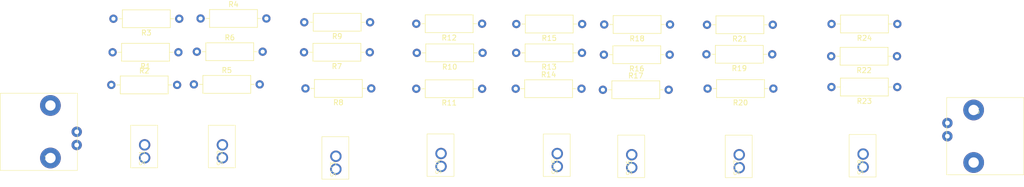
<source format=kicad_pcb>
(kicad_pcb (version 20240108) (generator "pcbnew") (generator_version "8.0")
  (layers (0 "F.Cu" signal) (31 "B.Cu" signal) (34 "B.Paste" user) (35 "F.Paste" user) (36 "B.SilkS" user "B.Silkscreen") (37 "F.SilkS" user "F.Silkscreen") (38 "B.Mask" user) (39 "F.Mask" user) (44 "Edge.Cuts" user))
  (net 0 "")
  (net 1 "GND")
  (net 2 "Net-(SW5-B)")
  (net 3 "Net-(SW6-B)")
  (net 4 "Net-(J1-In)")
  (net 5 "Net-(SW1-B)")
  (net 6 "Net-(SW2-B)")
  (net 7 "Net-(SW3-B)")
  (net 8 "Net-(SW4-B)")
  (net 9 "Net-(SW7-B)")
  (net 10 "Net-(J2-In)")
  (footprint "Resistor_THT:R_Axial_DIN0309_L9.0mm_D3.2mm_P12.70mm_Horizontal" (layer "F.Cu") (at 102.47 105.36 180)
    (property "Reference" "R1" (at 6.35 -2.72 360) (layer "F.SilkS"))
    (property "Value" "75")
    (fp_line (start 11.66 0) (end 10.97 0) (stroke (width 0.12)) (layer "F.SilkS"))
    (fp_line (start 10.97 1.72) (end 10.97 -1.72) (stroke (width 0.12)) (layer "F.SilkS"))
    (fp_line (start 10.97 -1.72) (end 1.73 -1.72) (stroke (width 0.12)) (layer "F.SilkS"))
    (fp_line (start 1.73 1.72) (end 10.97 1.72) (stroke (width 0.12)) (layer "F.SilkS"))
    (fp_line (start 1.73 -1.72) (end 1.73 1.72) (stroke (width 0.12)) (layer "F.SilkS"))
    (fp_line (start 1.04 0) (end 1.73 0) (stroke (width 0.12)) (layer "F.SilkS"))
    (pad "1" thru_hole circle (at 0 0 180) (size 1.6 1.6) (drill 0.8) (layers "*.Cu" "*.Mask") (net 4 "Net-(J1-In)"))
    (pad "2" thru_hole oval (at 12.7 0 180) (size 1.6 1.6) (drill 0.8) (layers "*.Cu" "*.Mask") (net 1 "GND"))
  )
  (footprint "Resistor_THT:R_Axial_DIN0309_L9.0mm_D3.2mm_P12.70mm_Horizontal" (layer "F.Cu") (at 241.21 112.07 180)
    (property "Reference" "R23" (at 6.35 -2.72 360) (layer "F.SilkS"))
    (property "Value" "220")
    (fp_line (start 11.66 0) (end 10.97 0) (stroke (width 0.12)) (layer "F.SilkS"))
    (fp_line (start 10.97 1.72) (end 10.97 -1.72) (stroke (width 0.12)) (layer "F.SilkS"))
    (fp_line (start 10.97 -1.72) (end 1.73 -1.72) (stroke (width 0.12)) (layer "F.SilkS"))
    (fp_line (start 1.73 1.72) (end 10.97 1.72) (stroke (width 0.12)) (layer "F.SilkS"))
    (fp_line (start 1.73 -1.72) (end 1.73 1.72) (stroke (width 0.12)) (layer "F.SilkS"))
    (fp_line (start 1.04 0) (end 1.73 0) (stroke (width 0.12)) (layer "F.SilkS"))
    (pad "1" thru_hole circle (at 0 0 180) (size 1.6 1.6) (drill 0.8) (layers "*.Cu" "*.Mask") (net 9 "Net-(SW7-B)"))
    (pad "2" thru_hole oval (at 12.7 0 180) (size 1.6 1.6) (drill 0.8) (layers "*.Cu" "*.Mask") (net 10 "Net-(J2-In)"))
  )
  (footprint "Resistor_THT:R_Axial_DIN0309_L9.0mm_D3.2mm_P12.70mm_Horizontal" (layer "F.Cu") (at 217.08 105.75 180)
    (property "Reference" "R19" (at 6.35 -2.72 360) (layer "F.SilkS"))
    (property "Value" "75")
    (fp_line (start 11.66 0) (end 10.97 0) (stroke (width 0.12)) (layer "F.SilkS"))
    (fp_line (start 10.97 1.72) (end 10.97 -1.72) (stroke (width 0.12)) (layer "F.SilkS"))
    (fp_line (start 10.97 -1.72) (end 1.73 -1.72) (stroke (width 0.12)) (layer "F.SilkS"))
    (fp_line (start 1.73 1.72) (end 10.97 1.72) (stroke (width 0.12)) (layer "F.SilkS"))
    (fp_line (start 1.73 -1.72) (end 1.73 1.72) (stroke (width 0.12)) (layer "F.SilkS"))
    (fp_line (start 1.04 0) (end 1.73 0) (stroke (width 0.12)) (layer "F.SilkS"))
    (pad "1" thru_hole circle (at 0 0 180) (size 1.6 1.6) (drill 0.8) (layers "*.Cu" "*.Mask") (net 3 "Net-(SW6-B)"))
    (pad "2" thru_hole oval (at 12.7 0 180) (size 1.6 1.6) (drill 0.8) (layers "*.Cu" "*.Mask") (net 1 "GND"))
  )
  (footprint "Resistor_THT:R_Axial_DIN0309_L9.0mm_D3.2mm_P12.70mm_Horizontal" (layer "F.Cu") (at 217.19 100.05 180)
    (property "Reference" "R21" (at 6.35 -2.72 360) (layer "F.SilkS"))
    (property "Value" "75")
    (fp_line (start 11.66 0) (end 10.97 0) (stroke (width 0.12)) (layer "F.SilkS"))
    (fp_line (start 10.97 1.72) (end 10.97 -1.72) (stroke (width 0.12)) (layer "F.SilkS"))
    (fp_line (start 10.97 -1.72) (end 1.73 -1.72) (stroke (width 0.12)) (layer "F.SilkS"))
    (fp_line (start 1.73 1.72) (end 10.97 1.72) (stroke (width 0.12)) (layer "F.SilkS"))
    (fp_line (start 1.73 -1.72) (end 1.73 1.72) (stroke (width 0.12)) (layer "F.SilkS"))
    (fp_line (start 1.04 0) (end 1.73 0) (stroke (width 0.12)) (layer "F.SilkS"))
    (pad "1" thru_hole circle (at 0 0 180) (size 1.6 1.6) (drill 0.8) (layers "*.Cu" "*.Mask") (net 9 "Net-(SW7-B)"))
    (pad "2" thru_hole oval (at 12.7 0 180) (size 1.6 1.6) (drill 0.8) (layers "*.Cu" "*.Mask") (net 1 "GND"))
  )
  (footprint "Resistor_THT:R_Axial_DIN0309_L9.0mm_D3.2mm_P12.70mm_Horizontal" (layer "F.Cu") (at 184.4 112.6)
    (property "Reference" "R17" (at 6.35 -2.72 360) (layer "F.SilkS"))
    (property "Value" "220")
    (fp_line (start 1.04 0) (end 1.73 0) (stroke (width 0.12)) (layer "F.SilkS"))
    (fp_line (start 1.73 -1.72) (end 1.73 1.72) (stroke (width 0.12)) (layer "F.SilkS"))
    (fp_line (start 1.73 1.72) (end 10.97 1.72) (stroke (width 0.12)) (layer "F.SilkS"))
    (fp_line (start 10.97 -1.72) (end 1.73 -1.72) (stroke (width 0.12)) (layer "F.SilkS"))
    (fp_line (start 10.97 1.72) (end 10.97 -1.72) (stroke (width 0.12)) (layer "F.SilkS"))
    (fp_line (start 11.66 0) (end 10.97 0) (stroke (width 0.12)) (layer "F.SilkS"))
    (pad "1" thru_hole circle (at 0 0) (size 1.6 1.6) (drill 0.8) (layers "*.Cu" "*.Mask") (net 2 "Net-(SW5-B)"))
    (pad "2" thru_hole oval (at 12.7 0) (size 1.6 1.6) (drill 0.8) (layers "*.Cu" "*.Mask") (net 3 "Net-(SW6-B)"))
  )
  (footprint "Resistor_THT:R_Axial_DIN0309_L9.0mm_D3.2mm_P12.70mm_Horizontal" (layer "F.Cu") (at 102.63 98.89 180)
    (property "Reference" "R3" (at 6.35 -2.72 360) (layer "F.SilkS"))
    (property "Value" "75")
    (fp_line (start 11.66 0) (end 10.97 0) (stroke (width 0.12)) (layer "F.SilkS"))
    (fp_line (start 10.97 1.72) (end 10.97 -1.72) (stroke (width 0.12)) (layer "F.SilkS"))
    (fp_line (start 10.97 -1.72) (end 1.73 -1.72) (stroke (width 0.12)) (layer "F.SilkS"))
    (fp_line (start 1.73 1.72) (end 10.97 1.72) (stroke (width 0.12)) (layer "F.SilkS"))
    (fp_line (start 1.73 -1.72) (end 1.73 1.72) (stroke (width 0.12)) (layer "F.SilkS"))
    (fp_line (start 1.04 0) (end 1.73 0) (stroke (width 0.12)) (layer "F.SilkS"))
    (pad "1" thru_hole circle (at 0 0 180) (size 1.6 1.6) (drill 0.8) (layers "*.Cu" "*.Mask") (net 5 "Net-(SW1-B)"))
    (pad "2" thru_hole oval (at 12.7 0 180) (size 1.6 1.6) (drill 0.8) (layers "*.Cu" "*.Mask") (net 1 "GND"))
  )
  (footprint "Resistor_THT:R_Axial_DIN0309_L9.0mm_D3.2mm_P12.70mm_Horizontal" (layer "F.Cu") (at 161.08 112.4 180)
    (property "Reference" "R11" (at 6.35 -2.72 360) (layer "F.SilkS"))
    (property "Value" "220")
    (fp_line (start 11.66 0) (end 10.97 0) (stroke (width 0.12)) (layer "F.SilkS"))
    (fp_line (start 10.97 1.72) (end 10.97 -1.72) (stroke (width 0.12)) (layer "F.SilkS"))
    (fp_line (start 10.97 -1.72) (end 1.73 -1.72) (stroke (width 0.12)) (layer "F.SilkS"))
    (fp_line (start 1.73 1.72) (end 10.97 1.72) (stroke (width 0.12)) (layer "F.SilkS"))
    (fp_line (start 1.73 -1.72) (end 1.73 1.72) (stroke (width 0.12)) (layer "F.SilkS"))
    (fp_line (start 1.04 0) (end 1.73 0) (stroke (width 0.12)) (layer "F.SilkS"))
    (pad "1" thru_hole circle (at 0 0 180) (size 1.6 1.6) (drill 0.8) (layers "*.Cu" "*.Mask") (net 7 "Net-(SW3-B)"))
    (pad "2" thru_hole oval (at 12.7 0 180) (size 1.6 1.6) (drill 0.8) (layers "*.Cu" "*.Mask") (net 8 "Net-(SW4-B)"))
  )
  (footprint "FoxHuntAttenuator:SWT3" (layer "F.Cu") (at 153.17 127.43 90)
    (property "Reference" "SW4" (at 0 -0.5 90) (layer "F.SilkS") (effects (font (thickness 0.1))))
    (property "Value" "SW_SPST")
    (fp_rect (start -1.89 -2.71) (end 6.31 2.49) (stroke (width 0.1)) (fill none) (layer "F.SilkS"))
    (pad "1" thru_hole circle (at 0.04 -0.01 90) (size 2.2 2.2) (drill 1.5) (layers "*.Cu" "*.Mask" "Eco1.User") (net 7 "Net-(SW3-B)"))
    (pad "2" thru_hole circle (at 2.53 -0.01 90) (size 2.2 2.2) (drill 1.5) (layers "*.Cu" "*.Mask" "Eco1.User") (net 8 "Net-(SW4-B)"))
  )
  (footprint "Resistor_THT:R_Axial_DIN0309_L9.0mm_D3.2mm_P12.70mm_Horizontal" (layer "F.Cu") (at 197.29 105.83 180)
    (property "Reference" "R16" (at 6.35 -2.72 360) (layer "F.SilkS"))
    (property "Value" "75")
    (fp_line (start 11.66 0) (end 10.97 0) (stroke (width 0.12)) (layer "F.SilkS"))
    (fp_line (start 10.97 1.72) (end 10.97 -1.72) (stroke (width 0.12)) (layer "F.SilkS"))
    (fp_line (start 10.97 -1.72) (end 1.73 -1.72) (stroke (width 0.12)) (layer "F.SilkS"))
    (fp_line (start 1.73 1.72) (end 10.97 1.72) (stroke (width 0.12)) (layer "F.SilkS"))
    (fp_line (start 1.73 -1.72) (end 1.73 1.72) (stroke (width 0.12)) (layer "F.SilkS"))
    (fp_line (start 1.04 0) (end 1.73 0) (stroke (width 0.12)) (layer "F.SilkS"))
    (pad "1" thru_hole circle (at 0 0 180) (size 1.6 1.6) (drill 0.8) (layers "*.Cu" "*.Mask") (net 2 "Net-(SW5-B)"))
    (pad "2" thru_hole oval (at 12.7 0 180) (size 1.6 1.6) (drill 0.8) (layers "*.Cu" "*.Mask") (net 1 "GND"))
  )
  (footprint "FoxHuntAttenuator:SWT3" (layer "F.Cu") (at 175.6 127.44 90)
    (property "Reference" "SW5" (at 0 -0.5 90) (layer "F.SilkS") (effects (font (thickness 0.1))))
    (property "Value" "SW_SPST")
    (fp_rect (start -1.89 -2.71) (end 6.31 2.49) (stroke (width 0.1)) (fill none) (layer "F.SilkS"))
    (pad "1" thru_hole circle (at 0.04 -0.01 90) (size 2.2 2.2) (drill 1.5) (layers "*.Cu" "*.Mask" "Eco1.User") (net 8 "Net-(SW4-B)"))
    (pad "2" thru_hole circle (at 2.53 -0.01 90) (size 2.2 2.2) (drill 1.5) (layers "*.Cu" "*.Mask" "Eco1.User") (net 2 "Net-(SW5-B)"))
  )
  (footprint "Resistor_THT:R_Axial_DIN0309_L9.0mm_D3.2mm_P12.70mm_Horizontal" (layer "F.Cu") (at 161.08 99.85 180)
    (property "Reference" "R12" (at 6.35 -2.72 360) (layer "F.SilkS"))
    (property "Value" "75")
    (fp_line (start 11.66 0) (end 10.97 0) (stroke (width 0.12)) (layer "F.SilkS"))
    (fp_line (start 10.97 1.72) (end 10.97 -1.72) (stroke (width 0.12)) (layer "F.SilkS"))
    (fp_line (start 10.97 -1.72) (end 1.73 -1.72) (stroke (width 0.12)) (layer "F.SilkS"))
    (fp_line (start 1.73 1.72) (end 10.97 1.72) (stroke (width 0.12)) (layer "F.SilkS"))
    (fp_line (start 1.73 -1.72) (end 1.73 1.72) (stroke (width 0.12)) (layer "F.SilkS"))
    (fp_line (start 1.04 0) (end 1.73 0) (stroke (width 0.12)) (layer "F.SilkS"))
    (pad "1" thru_hole circle (at 0 0 180) (size 1.6 1.6) (drill 0.8) (layers "*.Cu" "*.Mask") (net 8 "Net-(SW4-B)"))
    (pad "2" thru_hole oval (at 12.7 0 180) (size 1.6 1.6) (drill 0.8) (layers "*.Cu" "*.Mask") (net 1 "GND"))
  )
  (footprint "Resistor_THT:R_Axial_DIN0309_L9.0mm_D3.2mm_P12.70mm_Horizontal" (layer "F.Cu") (at 217.3 112.37 180)
    (property "Reference" "R20" (at 6.35 -2.72 360) (layer "F.SilkS"))
    (property "Value" "220")
    (fp_line (start 11.66 0) (end 10.97 0) (stroke (width 0.12)) (layer "F.SilkS"))
    (fp_line (start 10.97 1.72) (end 10.97 -1.72) (stroke (width 0.12)) (layer "F.SilkS"))
    (fp_line (start 10.97 -1.72) (end 1.73 -1.72) (stroke (width 0.12)) (layer "F.SilkS"))
    (fp_line (start 1.73 1.72) (end 10.97 1.72) (stroke (width 0.12)) (layer "F.SilkS"))
    (fp_line (start 1.73 -1.72) (end 1.73 1.72) (stroke (width 0.12)) (layer "F.SilkS"))
    (fp_line (start 1.04 0) (end 1.73 0) (stroke (width 0.12)) (layer "F.SilkS"))
    (pad "1" thru_hole circle (at 0 0 180) (size 1.6 1.6) (drill 0.8) (layers "*.Cu" "*.Mask") (net 3 "Net-(SW6-B)"))
    (pad "2" thru_hole oval (at 12.7 0 180) (size 1.6 1.6) (drill 0.8) (layers "*.Cu" "*.Mask") (net 9 "Net-(SW7-B)"))
  )
  (footprint "Resistor_THT:R_Axial_DIN0309_L9.0mm_D3.2mm_P12.70mm_Horizontal" (layer "F.Cu") (at 161.18 105.47 180)
    (property "Reference" "R10" (at 6.35 -2.72 360) (layer "F.SilkS"))
    (property "Value" "75")
    (fp_line (start 11.66 0) (end 10.97 0) (stroke (width 0.12)) (layer "F.SilkS"))
    (fp_line (start 10.97 1.72) (end 10.97 -1.72) (stroke (width 0.12)) (layer "F.SilkS"))
    (fp_line (start 10.97 -1.72) (end 1.73 -1.72) (stroke (width 0.12)) (layer "F.SilkS"))
    (fp_line (start 1.73 1.72) (end 10.97 1.72) (stroke (width 0.12)) (layer "F.SilkS"))
    (fp_line (start 1.73 -1.72) (end 1.73 1.72) (stroke (width 0.12)) (layer "F.SilkS"))
    (fp_line (start 1.04 0) (end 1.73 0) (stroke (width 0.12)) (layer "F.SilkS"))
    (pad "1" thru_hole circle (at 0 0 180) (size 1.6 1.6) (drill 0.8) (layers "*.Cu" "*.Mask") (net 7 "Net-(SW3-B)"))
    (pad "2" thru_hole oval (at 12.7 0 180) (size 1.6 1.6) (drill 0.8) (layers "*.Cu" "*.Mask") (net 1 "GND"))
  )
  (footprint "Resistor_THT:R_Axial_DIN0309_L9.0mm_D3.2mm_P12.70mm_Horizontal" (layer "F.Cu") (at 167.57 112.39)
    (property "Reference" "R14" (at 6.35 -2.72 360) (layer "F.SilkS"))
    (property "Value" "220")
    (fp_line (start 1.04 0) (end 1.73 0) (stroke (width 0.12)) (layer "F.SilkS"))
    (fp_line (start 1.73 -1.72) (end 1.73 1.72) (stroke (width 0.12)) (layer "F.SilkS"))
    (fp_line (start 1.73 1.72) (end 10.97 1.72) (stroke (width 0.12)) (layer "F.SilkS"))
    (fp_line (start 10.97 -1.72) (end 1.73 -1.72) (stroke (width 0.12)) (layer "F.SilkS"))
    (fp_line (start 10.97 1.72) (end 10.97 -1.72) (stroke (width 0.12)) (layer "F.SilkS"))
    (fp_line (start 11.66 0) (end 10.97 0) (stroke (width 0.12)) (layer "F.SilkS"))
    (pad "1" thru_hole circle (at 0 0) (size 1.6 1.6) (drill 0.8) (layers "*.Cu" "*.Mask") (net 8 "Net-(SW4-B)"))
    (pad "2" thru_hole oval (at 12.7 0) (size 1.6 1.6) (drill 0.8) (layers "*.Cu" "*.Mask") (net 2 "Net-(SW5-B)"))
  )
  (footprint "FoxHuntAttenuator:SWT3" (layer "F.Cu") (at 234.63 127.54 90)
    (property "Reference" "SW8" (at 0 -0.5 90) (layer "F.SilkS") (effects (font (thickness 0.1))))
    (property "Value" "SW_SPST")
    (fp_rect (start -1.89 -2.71) (end 6.31 2.49) (stroke (width 0.1)) (fill none) (layer "F.SilkS"))
    (pad "1" thru_hole circle (at 0.04 -0.01 90) (size 2.2 2.2) (drill 1.5) (layers "*.Cu" "*.Mask" "Eco1.User") (net 9 "Net-(SW7-B)"))
    (pad "2" thru_hole circle (at 2.53 -0.01 90) (size 2.2 2.2) (drill 1.5) (layers "*.Cu" "*.Mask" "Eco1.User") (net 10 "Net-(J2-In)"))
  )
  (footprint "Resistor_THT:R_Axial_DIN0309_L9.0mm_D3.2mm_P12.70mm_Horizontal" (layer "F.Cu") (at 139.69 112.34 180)
    (property "Reference" "R8" (at 6.35 -2.72 360) (layer "F.SilkS"))
    (property "Value" "220")
    (fp_line (start 11.66 0) (end 10.97 0) (stroke (width 0.12)) (layer "F.SilkS"))
    (fp_line (start 10.97 1.72) (end 10.97 -1.72) (stroke (width 0.12)) (layer "F.SilkS"))
    (fp_line (start 10.97 -1.72) (end 1.73 -1.72) (stroke (width 0.12)) (layer "F.SilkS"))
    (fp_line (start 1.73 1.72) (end 10.97 1.72) (stroke (width 0.12)) (layer "F.SilkS"))
    (fp_line (start 1.73 -1.72) (end 1.73 1.72) (stroke (width 0.12)) (layer "F.SilkS"))
    (fp_line (start 1.04 0) (end 1.73 0) (stroke (width 0.12)) (layer "F.SilkS"))
    (pad "1" thru_hole circle (at 0 0 180) (size 1.6 1.6) (drill 0.8) (layers "*.Cu" "*.Mask") (net 6 "Net-(SW2-B)"))
    (pad "2" thru_hole oval (at 12.7 0 180) (size 1.6 1.6) (drill 0.8) (layers "*.Cu" "*.Mask") (net 7 "Net-(SW3-B)"))
  )
  (footprint "Resistor_THT:R_Axial_DIN0309_L9.0mm_D3.2mm_P12.70mm_Horizontal" (layer "F.Cu") (at 105.46 111.56)
    (property "Reference" "R5" (at 6.35 -2.72 0) (layer "F.SilkS"))
    (property "Value" "220")
    (fp_line (start 1.04 0) (end 1.73 0) (stroke (width 0.12)) (layer "F.SilkS"))
    (fp_line (start 1.73 -1.72) (end 1.73 1.72) (stroke (width 0.12)) (layer "F.SilkS"))
    (fp_line (start 1.73 1.72) (end 10.97 1.72) (stroke (width 0.12)) (layer "F.SilkS"))
    (fp_line (start 10.97 -1.72) (end 1.73 -1.72) (stroke (width 0.12)) (layer "F.SilkS"))
    (fp_line (start 10.97 1.72) (end 10.97 -1.72) (stroke (width 0.12)) (layer "F.SilkS"))
    (fp_line (start 11.66 0) (end 10.97 0) (stroke (width 0.12)) (layer "F.SilkS"))
    (pad "1" thru_hole circle (at 0 0) (size 1.6 1.6) (drill 0.8) (layers "*.Cu" "*.Mask") (net 5 "Net-(SW1-B)"))
    (pad "2" thru_hole oval (at 12.7 0) (size 1.6 1.6) (drill 0.8) (layers "*.Cu" "*.Mask") (net 6 "Net-(SW2-B)"))
  )
  (footprint "Resistor_THT:R_Axial_DIN0309_L9.0mm_D3.2mm_P12.70mm_Horizontal" (layer "F.Cu") (at 89.52 111.66)
    (property "Reference" "R2" (at 6.35 -2.72 360) (layer "F.SilkS"))
    (property "Value" "220")
    (fp_line (start 1.04 0) (end 1.73 0) (stroke (width 0.12)) (layer "F.SilkS"))
    (fp_line (start 1.73 -1.72) (end 1.73 1.72) (stroke (width 0.12)) (layer "F.SilkS"))
    (fp_line (start 1.73 1.72) (end 10.97 1.72) (stroke (width 0.12)) (layer "F.SilkS"))
    (fp_line (start 10.97 -1.72) (end 1.73 -1.72) (stroke (width 0.12)) (layer "F.SilkS"))
    (fp_line (start 10.97 1.72) (end 10.97 -1.72) (stroke (width 0.12)) (layer "F.SilkS"))
    (fp_line (start 11.66 0) (end 10.97 0) (stroke (width 0.12)) (layer "F.SilkS"))
    (pad "1" thru_hole circle (at 0 0) (size 1.6 1.6) (drill 0.8) (layers "*.Cu" "*.Mask") (net 4 "Net-(J1-In)"))
    (pad "2" thru_hole oval (at 12.7 0) (size 1.6 1.6) (drill 0.8) (layers "*.Cu" "*.Mask") (net 5 "Net-(SW1-B)"))
  )
  (footprint "FoxHuntAttenuator:SWT3" (layer "F.Cu") (at 210.72 127.67 90)
    (property "Reference" "SW7" (at 0 -0.5 90) (layer "F.SilkS") (effects (font (thickness 0.1))))
    (property "Value" "SW_SPST")
    (fp_rect (start -1.89 -2.71) (end 6.31 2.49) (stroke (width 0.1)) (fill none) (layer "F.SilkS"))
    (pad "1" thru_hole circle (at 0.04 -0.01 90) (size 2.2 2.2) (drill 1.5) (layers "*.Cu" "*.Mask" "Eco1.User") (net 3 "Net-(SW6-B)"))
    (pad "2" thru_hole circle (at 2.53 -0.01 90) (size 2.2 2.2) (drill 1.5) (layers "*.Cu" "*.Mask" "Eco1.User") (net 9 "Net-(SW7-B)"))
  )
  (footprint "FoxHuntAttenuator:SWT3" (layer "F.Cu") (at 189.97 127.66 90)
    (property "Reference" "SW6" (at 0 -0.5 90) (layer "F.SilkS") (effects (font (thickness 0.1))))
    (property "Value" "SW_SPST")
    (fp_rect (start -1.89 -2.71) (end 6.31 2.49) (stroke (width 0.1)) (fill none) (layer "F.SilkS"))
    (pad "1" thru_hole circle (at 0.04 -0.01 90) (size 2.2 2.2) (drill 1.5) (layers "*.Cu" "*.Mask" "Eco1.User") (net 2 "Net-(SW5-B)"))
    (pad "2" thru_hole circle (at 2.53 -0.01 90) (size 2.2 2.2) (drill 1.5) (layers "*.Cu" "*.Mask" "Eco1.User") (net 3 "Net-(SW6-B)"))
  )
  (footprint "FoxHuntAttenuator:SWT3" (layer "F.Cu") (at 95.96 125.76 90)
    (property "Reference" "SW1" (at 0 -0.5 90) (layer "F.SilkS") (effects (font (thickness 0.1))))
    (property "Value" "SW_SPST")
    (fp_rect (start -1.89 -2.71) (end 6.31 2.49) (stroke (width 0.1)) (fill none) (layer "F.SilkS"))
    (pad "1" thru_hole circle (at 0.04 -0.01 90) (size 2.2 2.2) (drill 1.5) (layers "*.Cu" "*.Mask" "Eco1.User") (net 4 "Net-(J1-In)"))
    (pad "2" thru_hole circle (at 2.53 -0.01 90) (size 2.2 2.2) (drill 1.5) (layers "*.Cu" "*.Mask" "Eco1.User") (net 5 "Net-(SW1-B)"))
  )
  (footprint "Resistor_THT:R_Axial_DIN0309_L9.0mm_D3.2mm_P12.70mm_Horizontal" (layer "F.Cu") (at 106.03 105.25)
    (property "Reference" "R6" (at 6.35 -2.72 0) (layer "F.SilkS"))
    (property "Value" "75")
    (fp_line (start 1.04 0) (end 1.73 0) (stroke (width 0.12)) (layer "F.SilkS"))
    (fp_line (start 1.73 -1.72) (end 1.73 1.72) (stroke (width 0.12)) (layer "F.SilkS"))
    (fp_line (start 1.73 1.72) (end 10.97 1.72) (stroke (width 0.12)) (layer "F.SilkS"))
    (fp_line (start 10.97 -1.72) (end 1.73 -1.72) (stroke (width 0.12)) (layer "F.SilkS"))
    (fp_line (start 10.97 1.72) (end 10.97 -1.72) (stroke (width 0.12)) (layer "F.SilkS"))
    (fp_line (start 11.66 0) (end 10.97 0) (stroke (width 0.12)) (layer "F.SilkS"))
    (pad "1" thru_hole circle (at 0 0) (size 1.6 1.6) (drill 0.8) (layers "*.Cu" "*.Mask") (net 6 "Net-(SW2-B)"))
    (pad "2" thru_hole oval (at 12.7 0) (size 1.6 1.6) (drill 0.8) (layers "*.Cu" "*.Mask") (net 1 "GND"))
  )
  (footprint "Resistor_THT:R_Axial_DIN0309_L9.0mm_D3.2mm_P12.70mm_Horizontal" (layer "F.Cu") (at 241.23 99.9 180)
    (property "Reference" "R24" (at 6.35 -2.72 360) (layer "F.SilkS"))
    (property "Value" "75")
    (fp_line (start 11.66 0) (end 10.97 0) (stroke (width 0.12)) (layer "F.SilkS"))
    (fp_line (start 10.97 1.72) (end 10.97 -1.72) (stroke (width 0.12)) (layer "F.SilkS"))
    (fp_line (start 10.97 -1.72) (end 1.73 -1.72) (stroke (width 0.12)) (layer "F.SilkS"))
    (fp_line (start 1.73 1.72) (end 10.97 1.72) (stroke (width 0.12)) (layer "F.SilkS"))
    (fp_line (start 1.73 -1.72) (end 1.73 1.72) (stroke (width 0.12)) (layer "F.SilkS"))
    (fp_line (start 1.04 0) (end 1.73 0) (stroke (width 0.12)) (layer "F.SilkS"))
    (pad "1" thru_hole circle (at 0 0 180) (size 1.6 1.6) (drill 0.8) (layers "*.Cu" "*.Mask") (net 10 "Net-(J2-In)"))
    (pad "2" thru_hole oval (at 12.7 0 180) (size 1.6 1.6) (drill 0.8) (layers "*.Cu" "*.Mask") (net 1 "GND"))
  )
  (footprint "Resistor_THT:R_Axial_DIN0309_L9.0mm_D3.2mm_P12.70mm_Horizontal" (layer "F.Cu") (at 139.41 105.36 180)
    (property "Reference" "R7" (at 6.35 -2.72 360) (layer "F.SilkS"))
    (property "Value" "75")
    (fp_line (start 11.66 0) (end 10.97 0) (stroke (width 0.12)) (layer "F.SilkS"))
    (fp_line (start 10.97 1.72) (end 10.97 -1.72) (stroke (width 0.12)) (layer "F.SilkS"))
    (fp_line (start 10.97 -1.72) (end 1.73 -1.72) (stroke (width 0.12)) (layer "F.SilkS"))
    (fp_line (start 1.73 1.72) (end 10.97 1.72) (stroke (width 0.12)) (layer "F.SilkS"))
    (fp_line (start 1.73 -1.72) (end 1.73 1.72) (stroke (width 0.12)) (layer "F.SilkS"))
    (fp_line (start 1.04 0) (end 1.73 0) (stroke (width 0.12)) (layer "F.SilkS"))
    (pad "1" thru_hole circle (at 0 0 180) (size 1.6 1.6) (drill 0.8) (layers "*.Cu" "*.Mask") (net 6 "Net-(SW2-B)"))
    (pad "2" thru_hole oval (at 12.7 0 180) (size 1.6 1.6) (drill 0.8) (layers "*.Cu" "*.Mask") (net 1 "GND"))
  )
  (footprint "Resistor_THT:R_Axial_DIN0309_L9.0mm_D3.2mm_P12.70mm_Horizontal" (layer "F.Cu") (at 106.75 98.84)
    (property "Reference" "R4" (at 6.35 -2.72 360) (layer "F.SilkS"))
    (property "Value" "75")
    (fp_line (start 1.04 0) (end 1.73 0) (stroke (width 0.12)) (layer "F.SilkS"))
    (fp_line (start 1.73 -1.72) (end 1.73 1.72) (stroke (width 0.12)) (layer "F.SilkS"))
    (fp_line (start 1.73 1.72) (end 10.97 1.72) (stroke (width 0.12)) (layer "F.SilkS"))
    (fp_line (start 10.97 -1.72) (end 1.73 -1.72) (stroke (width 0.12)) (layer "F.SilkS"))
    (fp_line (start 10.97 1.72) (end 10.97 -1.72) (stroke (width 0.12)) (layer "F.SilkS"))
    (fp_line (start 11.66 0) (end 10.97 0) (stroke (width 0.12)) (layer "F.SilkS"))
    (pad "1" thru_hole circle (at 0 0) (size 1.6 1.6) (drill 0.8) (layers "*.Cu" "*.Mask") (net 5 "Net-(SW1-B)"))
    (pad "2" thru_hole oval (at 12.7 0) (size 1.6 1.6) (drill 0.8) (layers "*.Cu" "*.Mask") (net 1 "GND"))
  )
  (footprint "Resistor_THT:R_Axial_DIN0309_L9.0mm_D3.2mm_P12.70mm_Horizontal" (layer "F.Cu") (at 241.16 106.13 180)
    (property "Reference" "R22" (at 6.35 -2.72 360) (layer "F.SilkS"))
    (property "Value" "75")
    (fp_line (start 11.66 0) (end 10.97 0) (stroke (width 0.12)) (layer "F.SilkS"))
    (fp_line (start 10.97 1.72) (end 10.97 -1.72) (stroke (width 0.12)) (layer "F.SilkS"))
    (fp_line (start 10.97 -1.72) (end 1.73 -1.72) (stroke (width 0.12)) (layer "F.SilkS"))
    (fp_line (start 1.73 1.72) (end 10.97 1.72) (stroke (width 0.12)) (layer "F.SilkS"))
    (fp_line (start 1.73 -1.72) (end 1.73 1.72) (stroke (width 0.12)) (layer "F.SilkS"))
    (fp_line (start 1.04 0) (end 1.73 0) (stroke (width 0.12)) (layer "F.SilkS"))
    (pad "1" thru_hole circle (at 0 0 180) (size 1.6 1.6) (drill 0.8) (layers "*.Cu" "*.Mask") (net 9 "Net-(SW7-B)"))
    (pad "2" thru_hole oval (at 12.7 0 180) (size 1.6 1.6) (drill 0.8) (layers "*.Cu" "*.Mask") (net 1 "GND"))
  )
  (footprint "Resistor_THT:R_Axial_DIN0309_L9.0mm_D3.2mm_P12.70mm_Horizontal" (layer "F.Cu") (at 180.36 105.47 180)
    (property "Reference" "R13" (at 6.35 -2.72 360) (layer "F.SilkS"))
    (property "Value" "75")
    (fp_line (start 11.66 0) (end 10.97 0) (stroke (width 0.12)) (layer "F.SilkS"))
    (fp_line (start 10.97 1.72) (end 10.97 -1.72) (stroke (width 0.12)) (layer "F.SilkS"))
    (fp_line (start 10.97 -1.72) (end 1.73 -1.72) (stroke (width 0.12)) (layer "F.SilkS"))
    (fp_line (start 1.73 1.72) (end 10.97 1.72) (stroke (width 0.12)) (layer "F.SilkS"))
    (fp_line (start 1.73 -1.72) (end 1.73 1.72) (stroke (width 0.12)) (layer "F.SilkS"))
    (fp_line (start 1.04 0) (end 1.73 0) (stroke (width 0.12)) (layer "F.SilkS"))
    (pad "1" thru_hole circle (at 0 0 180) (size 1.6 1.6) (drill 0.8) (layers "*.Cu" "*.Mask") (net 8 "Net-(SW4-B)"))
    (pad "2" thru_hole oval (at 12.7 0 180) (size 1.6 1.6) (drill 0.8) (layers "*.Cu" "*.Mask") (net 1 "GND"))
  )
  (footprint "FoxHuntAttenuator:SWT3" (layer "F.Cu") (at 110.97 125.76 90)
    (property "Reference" "SW2" (at 0 -0.5 90) (layer "F.SilkS") (effects (font (thickness 0.1))))
    (property "Value" "SW_SPST")
    (fp_rect (start -1.89 -2.71) (end 6.31 2.49) (stroke (width 0.1)) (fill none) (layer "F.SilkS"))
    (pad "1" thru_hole circle (at 0.04 -0.01 90) (size 2.2 2.2) (drill 1.5) (layers "*.Cu" "*.Mask" "Eco1.User") (net 5 "Net-(SW1-B)"))
    (pad "2" thru_hole circle (at 2.53 -0.01 90) (size 2.2 2.2) (drill 1.5) (layers "*.Cu" "*.Mask" "Eco1.User") (net 6 "Net-(SW2-B)"))
  )
  (footprint "FoxHuntAttenuator:SWT3" (layer "F.Cu") (at 132.87 127.96 90)
    (property "Reference" "SW3" (at 0 -0.5 90) (layer "F.SilkS") (effects (font (thickness 0.1))))
    (property "Value" "SW_SPST")
    (fp_rect (start -1.89 -2.71) (end 6.31 2.49) (stroke (width 0.1)) (fill none) (layer "F.SilkS"))
    (pad "1" thru_hole circle (at 0.04 -0.01 90) (size 2.2 2.2) (drill 1.5) (layers "*.Cu" "*.Mask" "Eco1.User") (net 6 "Net-(SW2-B)"))
    (pad "2" thru_hole circle (at 2.53 -0.01 90) (size 2.2 2.2) (drill 1.5) (layers "*.Cu" "*.Mask" "Eco1.User") (net 7 "Net-(SW3-B)"))
  )
  (footprint "Resistor_THT:R_Axial_DIN0309_L9.0mm_D3.2mm_P12.70mm_Horizontal" (layer "F.Cu") (at 139.46 99.57 180)
    (property "Reference" "R9" (at 6.35 -2.72 360) (layer "F.SilkS"))
    (property "Value" "75")
    (fp_line (start 11.66 0) (end 10.97 0) (stroke (width 0.12)) (layer "F.SilkS"))
    (fp_line (start 10.97 1.72) (end 10.97 -1.72) (stroke (width 0.12)) (layer "F.SilkS"))
    (fp_line (start 10.97 -1.72) (end 1.73 -1.72) (stroke (width 0.12)) (layer "F.SilkS"))
    (fp_line (start 1.73 1.72) (end 10.97 1.72) (stroke (width 0.12)) (layer "F.SilkS"))
    (fp_line (start 1.73 -1.72) (end 1.73 1.72) (stroke (width 0.12)) (layer "F.SilkS"))
    (fp_line (start 1.04 0) (end 1.73 0) (stroke (width 0.12)) (layer "F.SilkS"))
    (pad "1" thru_hole circle (at 0 0 180) (size 1.6 1.6) (drill 0.8) (layers "*.Cu" "*.Mask") (net 7 "Net-(SW3-B)"))
    (pad "2" thru_hole oval (at 12.7 0 180) (size 1.6 1.6) (drill 0.8) (layers "*.Cu" "*.Mask") (net 1 "GND"))
  )
  (footprint "FoxHuntAttenuator:CONBNC002" (layer "F.Cu") (at 77.755 125.77 90)
    (property "Reference" "J1" (at 0 -0.5 90) (layer "F.SilkS") (effects (font (thickness 0.1))))
    (property "Value" "Conn_Coaxial")
    (fp_rect (start -2.4 -9.67) (end 12.5 5.23) (stroke (width 0.1)) (fill none) (layer "F.SilkS"))
    (pad "1" thru_hole circle (at 0 0.02 90) (size 4 4) (drill 2) (layers "*.Cu" "*.Mask") (net 4 "Net-(J1-In)"))
    (pad "2" thru_hole circle (at 10.14 0.01 90) (size 4 4) (drill 2) (layers "*.Cu" "*.Mask") (net 1 "GND"))
    (pad "3" thru_hole circle (at 5.06 5.09 90) (size 2 2) (drill 0.89) (layers "*.Cu" "*.Mask"))
    (pad "4" thru_hole circle (at 2.51 5.08 90) (size 2 2) (drill 0.89) (layers "*.Cu" "*.Mask"))
  )
  (footprint "Resistor_THT:R_Axial_DIN0309_L9.0mm_D3.2mm_P12.70mm_Horizontal" (layer "F.Cu") (at 197.35 100 180)
    (property "Reference" "R18" (at 6.35 -2.72 360) (layer "F.SilkS"))
    (property "Value" "75")
    (fp_line (start 11.66 0) (end 10.97 0) (stroke (width 0.12)) (layer "F.SilkS"))
    (fp_line (start 10.97 1.72) (end 10.97 -1.72) (stroke (width 0.12)) (layer "F.SilkS"))
    (fp_line (start 10.97 -1.72) (end 1.73 -1.72) (stroke (width 0.12)) (layer "F.SilkS"))
    (fp_line (start 1.73 1.72) (end 10.97 1.72) (stroke (width 0.12)) (layer "F.SilkS"))
    (fp_line (start 1.73 -1.72) (end 1.73 1.72) (stroke (width 0.12)) (layer "F.SilkS"))
    (fp_line (start 1.04 0) (end 1.73 0) (stroke (width 0.12)) (layer "F.SilkS"))
    (pad "1" thru_hole circle (at 0 0 180) (size 1.6 1.6) (drill 0.8) (layers "*.Cu" "*.Mask") (net 3 "Net-(SW6-B)"))
    (pad "2" thru_hole oval (at 12.7 0 180) (size 1.6 1.6) (drill 0.8) (layers "*.Cu" "*.Mask") (net 1 "GND"))
  )
  (footprint "FoxHuntAttenuator:CONBNC002" (layer "F.Cu") (at 255.97 116.5 -90)
    (property "Reference" "J2" (at 0 -0.5 -90) (layer "F.SilkS") (effects (font (thickness 0.1))))
    (property "Value" "Conn_Coaxial")
    (fp_rect (start -2.4 -9.67) (end 12.5 5.23) (stroke (width 0.1)) (fill none) (layer "F.SilkS"))
    (pad "1" thru_hole circle (at 0 0.02 270) (size 4 4) (drill 2) (layers "*.Cu" "*.Mask") (net 10 "Net-(J2-In)"))
    (pad "2" thru_hole circle (at 10.14 0.01 270) (size 4 4) (drill 2) (layers "*.Cu" "*.Mask") (net 1 "GND"))
    (pad "3" thru_hole circle (at 5.06 5.09 270) (size 2 2) (drill 0.89) (layers "*.Cu" "*.Mask"))
    (pad "4" thru_hole circle (at 2.51 5.08 270) (size 2 2) (drill 0.89) (layers "*.Cu" "*.Mask"))
  )
  (footprint "Resistor_THT:R_Axial_DIN0309_L9.0mm_D3.2mm_P12.70mm_Horizontal" (layer "F.Cu") (at 180.39 99.91 180)
    (property "Reference" "R15" (at 6.35 -2.72 360) (layer "F.SilkS"))
    (property "Value" "75")
    (fp_line (start 11.66 0) (end 10.97 0) (stroke (width 0.12)) (layer "F.SilkS"))
    (fp_line (start 10.97 1.72) (end 10.97 -1.72) (stroke (width 0.12)) (layer "F.SilkS"))
    (fp_line (start 10.97 -1.72) (end 1.73 -1.72) (stroke (width 0.12)) (layer "F.SilkS"))
    (fp_line (start 1.73 1.72) (end 10.97 1.72) (stroke (width 0.12)) (layer "F.SilkS"))
    (fp_line (start 1.73 -1.72) (end 1.73 1.72) (stroke (width 0.12)) (layer "F.SilkS"))
    (fp_line (start 1.04 0) (end 1.73 0) (stroke (width 0.12)) (layer "F.SilkS"))
    (pad "1" thru_hole circle (at 0 0 180) (size 1.6 1.6) (drill 0.8) (layers "*.Cu" "*.Mask") (net 2 "Net-(SW5-B)"))
    (pad "2" thru_hole oval (at 12.7 0 180) (size 1.6 1.6) (drill 0.8) (layers "*.Cu" "*.Mask") (net 1 "GND"))
  )
)
</source>
